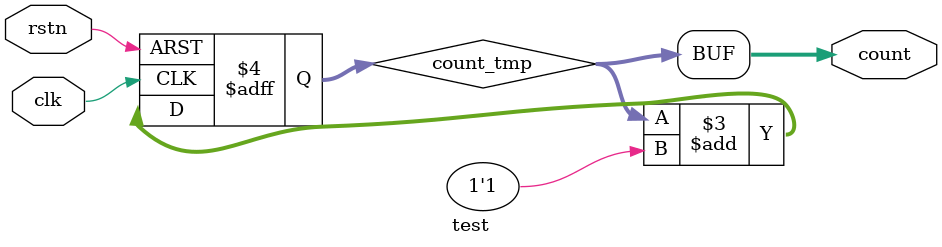
<source format=v>
module test (
    input clk,
    input rstn,
    output [3:0] count
);

    reg [3:0] count_tmp;
    always @(posedge clk or negedge rstn) begin
        if(!rstn) 
            count_tmp <= 4'b0;
        else 
            count_tmp <= count_tmp + 1'b1;
    end

    assign count = count_tmp;
    
endmodule
</source>
